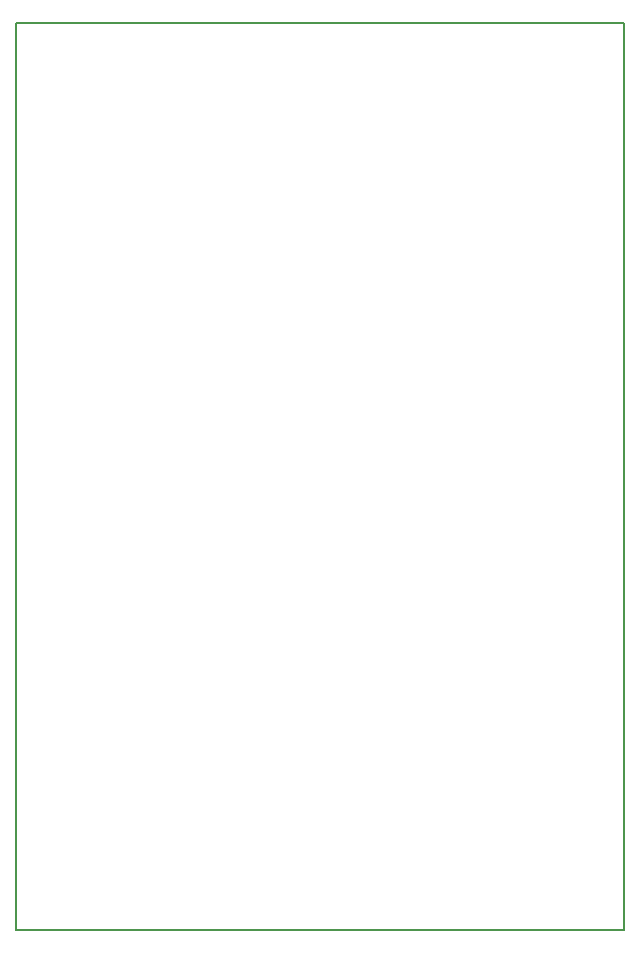
<source format=gko>
G04 DipTrace 3.3.1.3*
G04 T4RA8875TouchShieldcastellated.gko*
%MOIN*%
G04 #@! TF.FileFunction,Profile*
G04 #@! TF.Part,Single*
%ADD11C,0.005512*%
%FSLAX26Y26*%
G04*
G70*
G90*
G75*
G01*
G04 BoardOutline*
%LPD*%
X393700Y393700D2*
D11*
X2418700D1*
Y3418700D1*
X393700D1*
Y393700D1*
M02*

</source>
